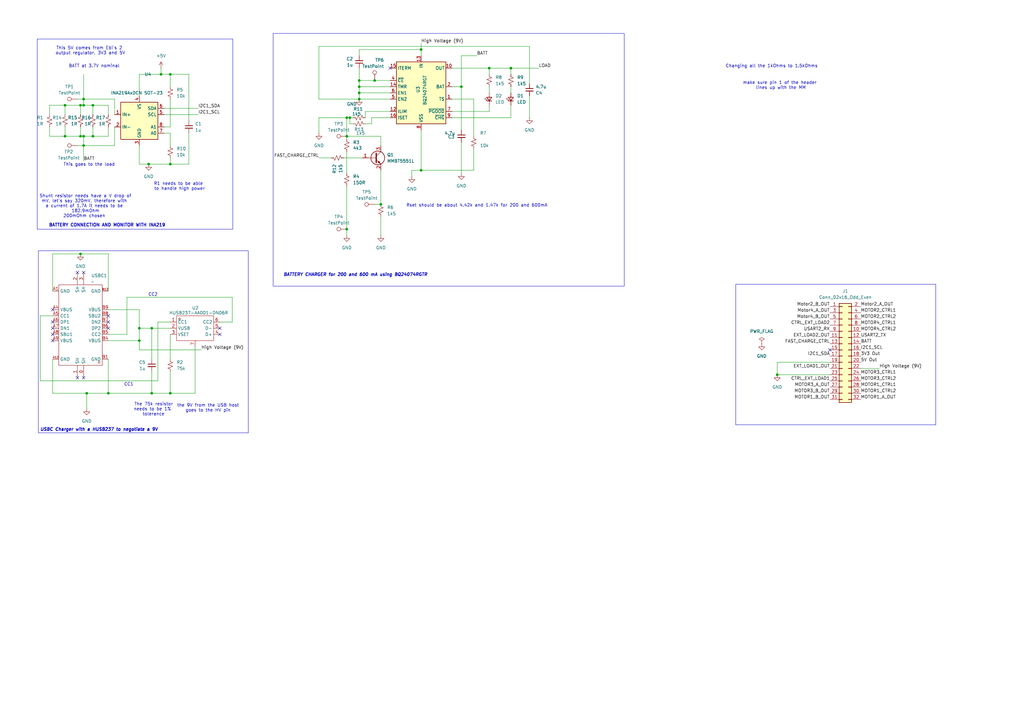
<source format=kicad_sch>
(kicad_sch (version 20250114) (generator "eeschema") (generator_version "9.0")
  (paper "A3")
  (title_block (title "Power Board for MM") (date "2025-03-21") (rev "v0") (comment 1 "SMTJOS022") (comment 2 "BHYEBR002"))
  (lib_symbols
    (symbol "Battery_Management:BQ24074RGT"
      (property "Reference" "U" (at -8.89 13.97 0))
      (property "Value" "BQ24074RGT" (at 16.51 13.97 0))
      (symbol "BQ24074RGT_0_1"
        (rectangle (start -10.16 12.7) (end 10.16 -12.7) (stroke (width 0.254)) (fill (type background)))
      )
      (symbol "BQ24074RGT_1_1"
        (pin input line (at -12.7 10.16 0) (length 2.54) (name "ITERM") (number "15"))
        (pin input line (at -12.7 5.08 0) (length 2.54) (name "~{CE}") (number "4"))
        (pin input line (at -12.7 2.54 0) (length 2.54) (name "TMR") (number "14"))
        (pin input line (at -12.7 0 0) (length 2.54) (name "EN1") (number "6"))
        (pin input line (at -12.7 -2.54 0) (length 2.54) (name "EN2") (number "5"))
        (pin passive line (at -12.7 -7.62 0) (length 2.54) (name "ILIM") (number "12"))
        (pin passive line (at -12.7 -10.16 0) (length 2.54) (name "ISET") (number "16"))
        (pin power_in line (at 0 15.24 270) (length 2.54) (name "IN") (number "13"))
        (pin passive line (at 0 -15.24 90) (length 2.54) (hide yes) (name "VSS") (number "17"))
        (pin power_in line (at 0 -15.24 90) (length 2.54) (name "VSS") (number "8"))
        (pin power_out line (at 12.7 10.16 180) (length 2.54) (name "OUT") (number "10"))
        (pin passive line (at 12.7 10.16 180) (length 2.54) (hide yes) (name "OUT") (number "11"))
        (pin power_out line (at 12.7 2.54 180) (length 2.54) (name "BAT") (number "2"))
        (pin passive line (at 12.7 2.54 180) (length 2.54) (hide yes) (name "BAT") (number "3"))
        (pin passive line (at 12.7 -2.54 180) (length 2.54) (name "TS") (number "1"))
        (pin open_collector line (at 12.7 -7.62 180) (length 2.54) (name "~{PGOOD}") (number "7"))
        (pin open_collector line (at 12.7 -10.16 180) (length 2.54) (name "~{CHG}") (number "9"))
      )
    )
    (symbol "Connector:TestPoint" (pin_numbers (hide yes)) (pin_names (offset 0.762) (hide yes))
      (property "Reference" "TP" (at 0 6.858 0))
      (property "Value" "TestPoint" (at 0 5.08 0))
      (symbol "TestPoint_0_1"
        (circle (center 0 3.302) (radius 0.762))
      )
      (symbol "TestPoint_1_1"
        (pin passive line (at 0 0 90) (length 2.54) (name "1") (number "1"))
      )
    )
    (symbol "Connector_Generic:Conn_02x16_Odd_Even" (pin_names (offset 1.016) (hide yes))
      (property "Reference" "J" (at 1.27 20.32 0))
      (property "Value" "Conn_02x16_Odd_Even" (at 1.27 -22.86 0))
      (symbol "Conn_02x16_Odd_Even_1_1"
        (rectangle (start -1.27 19.05) (end 3.81 -21.59) (stroke (width 0.254)) (fill (type background)))
        (rectangle (start -1.27 17.907) (end 0 17.653) (stroke (width 0.1524)))
        (rectangle (start -1.27 15.367) (end 0 15.113) (stroke (width 0.1524)))
        (rectangle (start -1.27 12.827) (end 0 12.573) (stroke (width 0.1524)))
        (rectangle (start -1.27 10.287) (end 0 10.033) (stroke (width 0.1524)))
        (rectangle (start -1.27 7.747) (end 0 7.493) (stroke (width 0.1524)))
        (rectangle (start -1.27 5.207) (end 0 4.953) (stroke (width 0.1524)))
        (rectangle (start -1.27 2.667) (end 0 2.413) (stroke (width 0.1524)))
        (rectangle (start -1.27 0.127) (end 0 -0.127) (stroke (width 0.1524)))
        (rectangle (start -1.27 -2.413) (end 0 -2.667) (stroke (width 0.1524)))
        (rectangle (start -1.27 -4.953) (end 0 -5.207) (stroke (width 0.1524)))
        (rectangle (start -1.27 -7.493) (end 0 -7.747) (stroke (width 0.1524)))
        (rectangle (start -1.27 -10.033) (end 0 -10.287) (stroke (width 0.1524)))
        (rectangle (start -1.27 -12.573) (end 0 -12.827) (stroke (width 0.1524)))
        (rectangle (start -1.27 -15.113) (end 0 -15.367) (stroke (width 0.1524)))
        (rectangle (start -1.27 -17.653) (end 0 -17.907) (stroke (width 0.1524)))
        (rectangle (start -1.27 -20.193) (end 0 -20.447) (stroke (width 0.1524)))
        (rectangle (start 3.81 17.907) (end 2.54 17.653) (stroke (width 0.1524)))
        (rectangle (start 3.81 15.367) (end 2.54 15.113) (stroke (width 0.1524)))
        (rectangle (start 3.81 12.827) (end 2.54 12.573) (stroke (width 0.1524)))
        (rectangle (start 3.81 10.287) (end 2.54 10.033) (stroke (width 0.1524)))
        (rectangle (start 3.81 7.747) (end 2.54 7.493) (stroke (width 0.1524)))
        (rectangle (start 3.81 5.207) (end 2.54 4.953) (stroke (width 0.1524)))
        (rectangle (start 3.81 2.667) (end 2.54 2.413) (stroke (width 0.1524)))
        (rectangle (start 3.81 0.127) (end 2.54 -0.127) (stroke (width 0.1524)))
        (rectangle (start 3.81 -2.413) (end 2.54 -2.667) (stroke (width 0.1524)))
        (rectangle (start 3.81 -4.953) (end 2.54 -5.207) (stroke (width 0.1524)))
        (rectangle (start 3.81 -7.493) (end 2.54 -7.747) (stroke (width 0.1524)))
        (rectangle (start 3.81 -10.033) (end 2.54 -10.287) (stroke (width 0.1524)))
        (rectangle (start 3.81 -12.573) (end 2.54 -12.827) (stroke (width 0.1524)))
        (rectangle (start 3.81 -15.113) (end 2.54 -15.367) (stroke (width 0.1524)))
        (rectangle (start 3.81 -17.653) (end 2.54 -17.907) (stroke (width 0.1524)))
        (rectangle (start 3.81 -20.193) (end 2.54 -20.447) (stroke (width 0.1524)))
        (pin passive line (at -5.08 17.78 0) (length 3.81) (name "Pin_1") (number "1"))
        (pin passive line (at -5.08 15.24 0) (length 3.81) (name "Pin_3") (number "3"))
        (pin passive line (at -5.08 12.7 0) (length 3.81) (name "Pin_5") (number "5"))
        (pin passive line (at -5.08 10.16 0) (length 3.81) (name "Pin_7") (number "7"))
        (pin passive line (at -5.08 7.62 0) (length 3.81) (name "Pin_9") (number "9"))
        (pin passive line (at -5.08 5.08 0) (length 3.81) (name "Pin_11") (number "11"))
        (pin passive line (at -5.08 2.54 0) (length 3.81) (name "Pin_13") (number "13"))
        (pin passive line (at -5.08 0 0) (length 3.81) (name "Pin_15") (number "15"))
        (pin passive line (at -5.08 -2.54 0) (length 3.81) (name "Pin_17") (number "17"))
        (pin passive line (at -5.08 -5.08 0) (length 3.81) (name "Pin_19") (number "19"))
        (pin passive line (at -5.08 -7.62 0) (length 3.81) (name "Pin_21") (number "21"))
        (pin passive line (at -5.08 -10.16 0) (length 3.81) (name "Pin_23") (number "23"))
        (pin passive line (at -5.08 -12.7 0) (length 3.81) (name "Pin_25") (number "25"))
        (pin passive line (at -5.08 -15.24 0) (length 3.81) (name "Pin_27") (number "27"))
        (pin passive line (at -5.08 -17.78 0) (length 3.81) (name "Pin_29") (number "29"))
        (pin passive line (at -5.08 -20.32 0) (length 3.81) (name "Pin_31") (number "31"))
        (pin passive line (at 7.62 17.78 180) (length 3.81) (name "Pin_2") (number "2"))
        (pin passive line (at 7.62 15.24 180) (length 3.81) (name "Pin_4") (number "4"))
        (pin passive line (at 7.62 12.7 180) (length 3.81) (name "Pin_6") (number "6"))
        (pin passive line (at 7.62 10.16 180) (length 3.81) (name "Pin_8") (number "8"))
        (pin passive line (at 7.62 7.62 180) (length 3.81) (name "Pin_10") (number "10"))
        (pin passive line (at 7.62 5.08 180) (length 3.81) (name "Pin_12") (number "12"))
        (pin passive line (at 7.62 2.54 180) (length 3.81) (name "Pin_14") (number "14"))
        (pin passive line (at 7.62 0 180) (length 3.81) (name "Pin_16") (number "16"))
        (pin passive line (at 7.62 -2.54 180) (length 3.81) (name "Pin_18") (number "18"))
        (pin passive line (at 7.62 -5.08 180) (length 3.81) (name "Pin_20") (number "20"))
        (pin passive line (at 7.62 -7.62 180) (length 3.81) (name "Pin_22") (number "22"))
        (pin passive line (at 7.62 -10.16 180) (length 3.81) (name "Pin_24") (number "24"))
        (pin passive line (at 7.62 -12.7 180) (length 3.81) (name "Pin_26") (number "26"))
        (pin passive line (at 7.62 -15.24 180) (length 3.81) (name "Pin_28") (number "28"))
        (pin passive line (at 7.62 -17.78 180) (length 3.81) (name "Pin_30") (number "30"))
        (pin passive line (at 7.62 -20.32 180) (length 3.81) (name "Pin_32") (number "32"))
      )
    )
    (symbol "Device:C_Small" (pin_numbers (hide yes)) (pin_names (offset 0.254) (hide yes))
      (property "Reference" "C" (at 0.254 1.778 0))
      (property "Value" "C_Small" (at 0.254 -2.032 0))
      (symbol "C_Small_0_1"
        (polyline (pts (xy -1.524 0.508) (xy 1.524 0.508)) (stroke (width 0.3048)))
        (polyline (pts (xy -1.524 -0.508) (xy 1.524 -0.508)) (stroke (width 0.3302)))
      )
      (symbol "C_Small_1_1"
        (pin passive line (at 0 2.54 270) (length 2.032) (name "~") (number "1"))
        (pin passive line (at 0 -2.54 90) (length 2.032) (name "~") (number "2"))
      )
    )
    (symbol "Device:LED_Small" (pin_numbers (hide yes)) (pin_names (offset 0.254) (hide yes))
      (property "Reference" "D" (at -1.27 3.175 0))
      (property "Value" "LED_Small" (at -4.445 -2.54 0))
      (symbol "LED_Small_0_1"
        (polyline (pts (xy -0.762 -1.016) (xy -0.762 1.016)) (stroke (width 0.254)))
        (polyline (pts (xy 0 0.762) (xy -0.508 1.27) (xy -0.254 1.27) (xy -0.508 1.27) (xy -0.508 1.016)))
        (polyline (pts (xy 0.508 1.27) (xy 0 1.778) (xy 0.254 1.778) (xy 0 1.778) (xy 0 1.524)))
        (polyline (pts (xy 0.762 -1.016) (xy -0.762 0) (xy 0.762 1.016) (xy 0.762 -1.016)) (stroke (width 0.254)))
        (polyline (pts (xy 1.016 0) (xy -0.762 0)))
      )
      (symbol "LED_Small_1_1"
        (pin passive line (at -2.54 0 0) (length 1.778) (name "K") (number "1"))
        (pin passive line (at 2.54 0 180) (length 1.778) (name "A") (number "2"))
      )
    )
    (symbol "Device:R_Small_US" (pin_numbers (hide yes)) (pin_names (offset 0.254) (hide yes))
      (property "Reference" "R" (at 0.762 0.508 0))
      (property "Value" "R_Small_US" (at 0.762 -1.016 0))
      (symbol "R_Small_US_1_1"
        (polyline (pts (xy 0 1.524) (xy 1.016 1.143) (xy 0 0.762) (xy -1.016 0.381) (xy 0 0)))
        (polyline (pts (xy 0 0) (xy 1.016 -0.381) (xy 0 -0.762) (xy -1.016 -1.143) (xy 0 -1.524)))
        (pin passive line (at 0 2.54 270) (length 1.016) (name "~") (number "1"))
        (pin passive line (at 0 -2.54 90) (length 1.016) (name "~") (number "2"))
      )
    )
    (symbol "GND_1" (power) (pin_numbers (hide yes)) (pin_names (offset 0) (hide yes))
      (property "Value" "GND" (at 0 -3.81 0))
      (symbol "GND_1_0_1"
        (polyline (pts (xy 0 0) (xy 0 -1.27) (xy 1.27 -1.27) (xy 0 -2.54) (xy -1.27 -1.27) (xy 0 -1.27)))
      )
      (symbol "GND_1_1_1"
        (pin power_in line (at 0 0 270) (length 0) (name "~") (number "1"))
      )
    )
    (symbol "GND_2" (power) (pin_numbers (hide yes)) (pin_names (offset 0) (hide yes))
      (property "Value" "GND" (at 0 -3.81 0))
      (symbol "GND_2_0_1"
        (polyline (pts (xy 0 0) (xy 0 -1.27) (xy 1.27 -1.27) (xy 0 -2.54) (xy -1.27 -1.27) (xy 0 -1.27)))
      )
      (symbol "GND_2_1_1"
        (pin power_in line (at 0 0 270) (length 0) (name "~") (number "1"))
      )
    )
    (symbol "GND_3" (power) (pin_numbers (hide yes)) (pin_names (offset 0) (hide yes))
      (property "Value" "GND" (at 0 -3.81 0))
      (symbol "GND_3_0_1"
        (polyline (pts (xy 0 0) (xy 0 -1.27) (xy 1.27 -1.27) (xy 0 -2.54) (xy -1.27 -1.27) (xy 0 -1.27)))
      )
      (symbol "GND_3_1_1"
        (pin power_in line (at 0 0 270) (length 0) (name "~") (number "1"))
      )
    )
    (symbol "GND_4" (power) (pin_numbers (hide yes)) (pin_names (offset 0) (hide yes))
      (property "Value" "GND" (at 0 -3.81 0))
      (symbol "GND_4_0_1"
        (polyline (pts (xy 0 0) (xy 0 -1.27) (xy 1.27 -1.27) (xy 0 -2.54) (xy -1.27 -1.27) (xy 0 -1.27)))
      )
      (symbol "GND_4_1_1"
        (pin power_in line (at 0 0 270) (length 0) (name "~") (number "1"))
      )
    )
    (symbol "GND_5" (power) (pin_numbers (hide yes)) (pin_names (offset 0) (hide yes))
      (property "Value" "GND" (at 0 -3.81 0))
      (symbol "GND_5_0_1"
        (polyline (pts (xy 0 0) (xy 0 -1.27) (xy 1.27 -1.27) (xy 0 -2.54) (xy -1.27 -1.27) (xy 0 -1.27)))
      )
      (symbol "GND_5_1_1"
        (pin power_in line (at 0 0 270) (length 0) (name "~") (number "1"))
      )
    )
    (symbol "Sensor_Energy:INA219AxDCN"
      (property "Reference" "U" (at -6.35 8.89 0))
      (property "Value" "INA219AxDCN" (at 6.35 8.89 0))
      (symbol "INA219AxDCN_0_1"
        (rectangle (start -7.62 7.62) (end 7.62 -7.62) (stroke (width 0.254)) (fill (type background)))
      )
      (symbol "INA219AxDCN_1_1"
        (pin input line (at -10.16 2.54 0) (length 2.54) (name "IN+") (number "1"))
        (pin input line (at -10.16 -2.54 0) (length 2.54) (name "IN-") (number "2"))
        (pin power_in line (at 0 10.16 270) (length 2.54) (name "VS") (number "4"))
        (pin power_in line (at 0 -10.16 90) (length 2.54) (name "GND") (number "3"))
        (pin bidirectional line (at 10.16 5.08 180) (length 2.54) (name "SDA") (number "6"))
        (pin input line (at 10.16 2.54 180) (length 2.54) (name "SCL") (number "5"))
        (pin input line (at 10.16 -2.54 180) (length 2.54) (name "A1") (number "8"))
        (pin input line (at 10.16 -5.08 180) (length 2.54) (name "A0") (number "7"))
      )
    )
    (symbol "TYPE-C-31-M-12 Schematic:TYPE-C-31-M-12"
      (property "Reference" "USBC" (at 0 0 0))
      (symbol "TYPE-C-31-M-12_1_0"
        (rectangle (start -8.89 -16.51) (end 8.89 16.51))
        (circle (center -7.62 15.24) (radius 0.381))
        (pin unspecified line (at -11.43 13.97 0) (length 2.54) (name "GND") (number "B1"))
        (pin unspecified line (at -11.43 6.35 0) (length 2.54) (name "VBUS") (number "B4"))
        (pin unspecified line (at -11.43 3.81 0) (length 2.54) (name "CC2") (number "B5"))
        (pin unspecified line (at -11.43 1.27 0) (length 2.54) (name "DP2") (number "B6"))
        (pin unspecified line (at -11.43 -1.27 0) (length 2.54) (name "DN2") (number "B7"))
        (pin unspecified line (at -11.43 -3.81 0) (length 2.54) (name "SBU2") (number "B8"))
        (pin unspecified line (at -11.43 -6.35 0) (length 2.54) (name "VBUS") (number "B9"))
        (pin unspecified line (at -11.43 -13.97 0) (length 2.54) (name "GND") (number "B12"))
        (pin unspecified line (at -1.27 21.59 270) (length 5.08) (name "SH") (number "0"))
        (pin unspecified line (at -1.27 -21.59 90) (length 5.08) (name "SH") (number "3"))
        (pin unspecified line (at 1.27 21.59 270) (length 5.08) (name "SH") (number "1"))
        (pin unspecified line (at 1.27 -21.59 90) (length 5.08) (name "SH") (number "2"))
        (pin unspecified line (at 11.43 13.97 180) (length 2.54) (name "GND") (number "A12"))
        (pin unspecified line (at 11.43 6.35 180) (length 2.54) (name "VBUS") (number "A9"))
        (pin unspecified line (at 11.43 3.81 180) (length 2.54) (name "SBU1") (number "A8"))
        (pin unspecified line (at 11.43 1.27 180) (length 2.54) (name "DN1") (number "A7"))
        (pin unspecified line (at 11.43 -1.27 180) (length 2.54) (name "DP1") (number "A6"))
        (pin unspecified line (at 11.43 -3.81 180) (length 2.54) (name "CC1") (number "A5"))
        (pin unspecified line (at 11.43 -6.35 180) (length 2.54) (name "VBUS") (number "A4"))
        (pin unspecified line (at 11.43 -13.97 180) (length 2.54) (name "GND") (number "A1"))
      )
    )
    (symbol "Transistor_BJT:MMBT5551L" (pin_names (offset 0) (hide yes))
      (property "Reference" "Q" (at 5.08 1.905 0))
      (property "Value" "MMBT5551L" (at 5.08 0 0))
      (symbol "MMBT5551L_0_1"
        (polyline (pts (xy -2.54 0) (xy 0.635 0)))
        (polyline (pts (xy 0.635 1.905) (xy 0.635 -1.905)) (stroke (width 0.508)))
        (circle (center 1.27 0) (radius 2.8194) (stroke (width 0.254)))
      )
      (symbol "MMBT5551L_1_1"
        (polyline (pts (xy 0.635 0.635) (xy 2.54 2.54)))
        (polyline (pts (xy 0.635 -0.635) (xy 2.54 -2.54)))
        (polyline (pts (xy 1.27 -1.778) (xy 1.778 -1.27) (xy 2.286 -2.286) (xy 1.27 -1.778)) (fill (type outline)))
        (pin input line (at -5.08 0 0) (length 2.54) (name "B") (number "1"))
        (pin passive line (at 2.54 5.08 270) (length 2.54) (name "C") (number "3"))
        (pin passive line (at 2.54 -5.08 90) (length 2.54) (name "E") (number "2"))
      )
    )
    (symbol "penis-altium-import:root_0_HUSB237-AA001-DN06R_"
      (symbol "root_0_HUSB237-AA001-DN06R__1_0"
        (rectangle (start -7.62 5.08) (end 7.62 -5.08) (stroke (width 0) (color 160 0 0 1)))
        (circle (center -6.35 3.81) (radius 0.381) (stroke (width 0) (color 0 0 0 1)))
        (pin passive line (at -10.16 2.54 0) (length 2.54) (name "CC1") (number "1"))
        (pin passive line (at -10.16 0 0) (length 2.54) (name "VUSB") (number "2"))
        (pin passive line (at -10.16 -2.54 0) (length 2.54) (name "VSET") (number "3"))
        (pin passive line (at 0 -7.62 90) (length 2.54) (name "GND") (number "7"))
        (pin passive line (at 10.16 2.54 180) (length 2.54) (name "CC2") (number "6"))
        (pin passive line (at 10.16 0 180) (length 2.54) (name "D-") (number "5"))
        (pin passive line (at 10.16 -2.54 180) (length 2.54) (name "D+") (number "4"))
      )
    )
    (symbol "power:+5V" (power) (pin_numbers (hide yes)) (pin_names (offset 0) (hide yes))
      (property "Value" "+5V" (at 0 3.556 0))
      (symbol "+5V_0_1"
        (polyline (pts (xy -0.762 1.27) (xy 0 2.54)))
        (polyline (pts (xy 0 2.54) (xy 0.762 1.27)))
        (polyline (pts (xy 0 0) (xy 0 2.54)))
      )
      (symbol "+5V_1_1"
        (pin power_in line (at 0 0 90) (length 0) (name "~") (number "1"))
      )
    )
    (symbol "power:PWR_FLAG" (power) (pin_numbers (hide yes)) (pin_names (offset 0) (hide yes))
      (property "Value" "PWR_FLAG" (at 0 3.81 0))
      (symbol "PWR_FLAG_0_0"
        (pin power_out line (at 0 0 90) (length 0) (name "~") (number "1"))
      )
      (symbol "PWR_FLAG_0_1"
        (polyline (pts (xy 0 0) (xy 0 1.27) (xy -1.016 1.905) (xy 0 2.54) (xy 1.016 1.905) (xy 0 1.27)))
      )
    )
  )
  (rectangle (start 301.752 116.586) (end 383.794 174.244))
  (rectangle (start 15.24 16.002) (end 95.504 93.98))
  (rectangle (start 15.748 102.87) (end 101.854 177.546))
  (rectangle (start 112.014 13.716) (end 256.032 117.348))
  (rectangle (start 59.69 51.054) (end 59.69 51.054))
  (text "This goes to the load\n" (at 36.576 67.564 0) (effects (font (size 1.27 1.27))))
  (text "USBC Charger with a HUSB237 to negotiate a 9V\n" (at 40.64 176.276 0) (effects (font (size 1.27 1.27) (thickness 0.254) (bold yes) (italic yes))))
  (text "BATTERY CHARGER for 200 and 600 mA using BQ24074RGTR\n" (at 145.796 112.776 0) (effects (font (size 1.27 1.27) (thickness 0.254) (bold yes) (italic yes))))
  (text "R1 needs to be able \nto handle high power\n" (at 73.66 76.454 0) (effects (font (size 1.27 1.27))))
  (text "CC2" (at 62.738 120.904 0) (effects (font (size 1.27 1.27))))
  (text "the 9V from the USB host\ngoes to the HV pin\n" (at 85.344 167.386 0) (effects (font (size 1.27 1.27))))
  (text "Shunt resistor needs have a V drop of\nmV, let's say 320mV, therefore with \na current of 1.7A it needs to be \n182.9mOhm\n200mOhm chosen \n" (at 35.052 84.582 0) (effects (font (size 1.27 1.27))))
  (text "Rset should be about 4.42k and 1.47k for 200 and 600mA\n" (at 195.58 84.328 0) (effects (font (size 1.27 1.27))))
  (text "BATTERY CONNECTION AND MONITOR WITH INA219\n" (at 43.942 92.456 0) (effects (font (size 1.27 1.27) (thickness 0.254) (bold yes))))
  (text "This 5V comes from Ebi's 2 \noutput regulator, 3V3 and 5V\n" (at 37.084 20.828 0) (effects (font (size 1.27 1.27))))
  (text "make sure pin 1 of the header \nlines up with the MM\n" (at 320.294 35.052 0) (effects (font (size 1.27 1.27))))
  (text "The 75k resistor\nneeds to be 1% \ntolerance\n" (at 62.992 167.894 0) (effects (font (size 1.27 1.27))))
  (text "BATT at 3.7V nominal\n\n" (at 38.608 28.194 0) (effects (font (size 1.27 1.27))))
  (text "CC1" (at 52.832 157.734 0) (effects (font (size 1.27 1.27))))
  (text "Changing all the 1kOhms to 1.5kOhms" (at 316.484 27.178 0) (effects (font (size 1.27 1.27))))
  (junction (at 147.32 38.1))
  (junction (at 34.29 43.18))
  (junction (at 172.72 69.85))
  (junction (at 26.67 43.18))
  (junction (at 38.1 55.88))
  (junction (at 33.02 55.88))
  (junction (at 200.66 27.94))
  (junction (at 62.23 134.62))
  (junction (at 35.56 161.29))
  (junction (at 142.24 93.98))
  (junction (at 142.24 55.88))
  (junction (at 57.15 139.7))
  (junction (at 34.29 40.64))
  (junction (at 57.15 134.62))
  (junction (at 69.85 30.48))
  (junction (at 147.32 33.02))
  (junction (at 147.32 35.56))
  (junction (at 209.55 27.94))
  (junction (at 62.23 161.29))
  (junction (at 33.02 43.18))
  (junction (at 69.85 67.31))
  (junction (at 66.04 30.48))
  (junction (at 69.85 161.29))
  (junction (at 143.51 48.26))
  (junction (at 318.77 153.67))
  (junction (at 189.23 35.56))
  (junction (at 156.21 83.82))
  (junction (at 26.67 55.88))
  (junction (at 44.45 161.29))
  (junction (at 38.1 43.18))
  (junction (at 172.72 20.32))
  (junction (at 147.32 40.64))
  (junction (at 142.24 48.26))
  (junction (at 33.02 104.14))
  (junction (at 153.67 33.02))
  (junction (at 34.29 59.69))
  (junction (at 34.29 55.88))
  (junction (at 60.96 67.31))
  (no_connect (at 34.29 111.76))
  (no_connect (at 44.45 129.54))
  (no_connect (at 90.17 137.16))
  (no_connect (at 340.36 143.51))
  (no_connect (at 31.75 154.94))
  (no_connect (at 21.59 132.08))
  (no_connect (at 31.75 111.76))
  (no_connect (at 21.59 139.7))
  (no_connect (at 21.59 137.16))
  (no_connect (at 21.59 134.62))
  (no_connect (at 90.17 134.62))
  (no_connect (at 160.02 27.94))
  (no_connect (at 21.59 127))
  (no_connect (at 44.45 134.62))
  (no_connect (at 34.29 154.94))
  (no_connect (at 44.45 132.08))
  (wire (pts (xy 20.32 43.18) (xy 26.67 43.18)))
  (wire (pts (xy 209.55 35.56) (xy 209.55 38.1)))
  (wire (pts (xy 62.23 134.62) (xy 69.85 134.62)))
  (wire (pts (xy 38.1 43.18) (xy 38.1 46.99)))
  (wire (pts (xy 21.59 129.54) (xy 16.51 129.54)))
  (wire (pts (xy 67.31 54.61) (xy 69.85 54.61)))
  (wire (pts (xy 20.32 55.88) (xy 26.67 55.88)))
  (wire (pts (xy 69.85 67.31) (xy 77.47 67.31)))
  (wire (pts (xy 185.42 27.94) (xy 200.66 27.94)))
  (wire (pts (xy 200.66 27.94) (xy 200.66 30.48)))
  (wire (pts (xy 152.4 48.26) (xy 152.4 50.8)))
  (wire (pts (xy 46.99 40.64) (xy 46.99 46.99)))
  (wire (pts (xy 147.32 20.32) (xy 147.32 22.86)))
  (wire (pts (xy 34.29 59.69) (xy 46.99 59.69)))
  (wire (pts (xy 149.86 45.72) (xy 149.86 48.26)))
  (wire (pts (xy 57.15 127) (xy 44.45 127)))
  (wire (pts (xy 60.96 67.31) (xy 69.85 67.31)))
  (wire (pts (xy 144.78 48.26) (xy 143.51 48.26)))
  (wire (pts (xy 200.66 43.18) (xy 200.66 45.72)))
  (wire (pts (xy 44.45 139.7) (xy 57.15 139.7)))
  (wire (pts (xy 62.23 161.29) (xy 69.85 161.29)))
  (wire (pts (xy 57.15 127) (xy 57.15 134.62)))
  (wire (pts (xy 67.31 52.07) (xy 69.85 52.07)))
  (wire (pts (xy 147.32 35.56) (xy 160.02 35.56)))
  (wire (pts (xy 33.02 104.14) (xy 44.45 104.14)))
  (wire (pts (xy 160.02 33.02) (xy 153.67 33.02)))
  (wire (pts (xy 209.55 27.94) (xy 220.98 27.94)))
  (wire (pts (xy 64.77 132.08) (xy 69.85 132.08)))
  (wire (pts (xy 140.97 64.77) (xy 148.59 64.77)))
  (wire (pts (xy 57.15 134.62) (xy 57.15 139.7)))
  (wire (pts (xy 130.81 40.64) (xy 147.32 40.64)))
  (wire (pts (xy 142.24 93.98) (xy 142.24 96.52)))
  (wire (pts (xy 130.81 40.64) (xy 130.81 19.05)))
  (wire (pts (xy 80.01 161.29) (xy 80.01 142.24)))
  (wire (pts (xy 172.72 69.85) (xy 194.31 69.85)))
  (wire (pts (xy 26.67 52.07) (xy 26.67 55.88)))
  (wire (pts (xy 26.67 43.18) (xy 33.02 43.18)))
  (wire (pts (xy 16.51 129.54) (xy 16.51 156.21)))
  (wire (pts (xy 172.72 20.32) (xy 172.72 22.86)))
  (wire (pts (xy 143.51 50.8) (xy 144.78 50.8)))
  (wire (pts (xy 189.23 22.86) (xy 189.23 35.56)))
  (wire (pts (xy 34.29 55.88) (xy 34.29 59.69)))
  (wire (pts (xy 185.42 40.64) (xy 194.31 40.64)))
  (wire (pts (xy 38.1 55.88) (xy 44.45 55.88)))
  (wire (pts (xy 130.81 19.05) (xy 217.17 19.05)))
  (wire (pts (xy 95.25 121.92) (xy 95.25 132.08)))
  (wire (pts (xy 33.02 55.88) (xy 34.29 55.88)))
  (wire (pts (xy 34.29 40.64) (xy 46.99 40.64)))
  (wire (pts (xy 149.86 50.8) (xy 152.4 50.8)))
  (wire (pts (xy 66.04 30.48) (xy 69.85 30.48)))
  (wire (pts (xy 44.45 161.29) (xy 62.23 161.29)))
  (wire (pts (xy 21.59 161.29) (xy 35.56 161.29)))
  (wire (pts (xy 44.45 52.07) (xy 44.45 55.88)))
  (wire (pts (xy 217.17 19.05) (xy 217.17 34.29)))
  (wire (pts (xy 209.55 30.48) (xy 209.55 27.94)))
  (wire (pts (xy 67.31 46.99) (xy 81.28 46.99)))
  (wire (pts (xy 69.85 52.07) (xy 69.85 40.64)))
  (wire (pts (xy 153.67 83.82) (xy 156.21 83.82)))
  (wire (pts (xy 172.72 17.78) (xy 172.72 20.32)))
  (wire (pts (xy 160.02 48.26) (xy 152.4 48.26)))
  (wire (pts (xy 57.15 30.48) (xy 66.04 30.48)))
  (wire (pts (xy 69.85 64.77) (xy 69.85 67.31)))
  (wire (pts (xy 209.55 43.18) (xy 209.55 48.26)))
  (wire (pts (xy 69.85 54.61) (xy 69.85 59.69)))
  (wire (pts (xy 168.91 69.85) (xy 168.91 72.39)))
  (wire (pts (xy 21.59 147.32) (xy 21.59 161.29)))
  (wire (pts (xy 156.21 69.85) (xy 156.21 83.82)))
  (wire (pts (xy 31.75 40.64) (xy 34.29 40.64)))
  (wire (pts (xy 69.85 30.48) (xy 77.47 30.48)))
  (wire (pts (xy 185.42 35.56) (xy 189.23 35.56)))
  (wire (pts (xy 62.23 134.62) (xy 62.23 147.32)))
  (wire (pts (xy 33.02 43.18) (xy 33.02 46.99)))
  (wire (pts (xy 200.66 27.94) (xy 209.55 27.94)))
  (wire (pts (xy 360.68 151.13) (xy 353.06 151.13)))
  (wire (pts (xy 44.45 137.16) (xy 52.07 137.16)))
  (wire (pts (xy 34.29 30.48) (xy 34.29 40.64)))
  (wire (pts (xy 142.24 55.88) (xy 156.21 55.88)))
  (wire (pts (xy 77.47 54.61) (xy 77.47 67.31)))
  (wire (pts (xy 156.21 55.88) (xy 156.21 59.69)))
  (wire (pts (xy 172.72 53.34) (xy 172.72 69.85)))
  (wire (pts (xy 147.32 35.56) (xy 147.32 38.1)))
  (wire (pts (xy 147.32 38.1) (xy 160.02 38.1)))
  (wire (pts (xy 21.59 104.14) (xy 33.02 104.14)))
  (wire (pts (xy 62.23 152.4) (xy 62.23 161.29)))
  (wire (pts (xy 142.24 48.26) (xy 130.81 48.26)))
  (wire (pts (xy 66.04 30.48) (xy 66.04 27.94)))
  (wire (pts (xy 69.85 30.48) (xy 69.85 35.56)))
  (wire (pts (xy 33.02 52.07) (xy 33.02 55.88)))
  (wire (pts (xy 57.15 30.48) (xy 57.15 39.37)))
  (wire (pts (xy 147.32 33.02) (xy 147.32 35.56)))
  (wire (pts (xy 189.23 22.86) (xy 195.58 22.86)))
  (wire (pts (xy 172.72 69.85) (xy 168.91 69.85)))
  (wire (pts (xy 130.81 48.26) (xy 130.81 54.61)))
  (wire (pts (xy 156.21 88.9) (xy 156.21 96.52)))
  (wire (pts (xy 69.85 152.4) (xy 69.85 161.29)))
  (wire (pts (xy 69.85 137.16) (xy 69.85 147.32)))
  (wire (pts (xy 69.85 161.29) (xy 80.01 161.29)))
  (wire (pts (xy 57.15 67.31) (xy 60.96 67.31)))
  (wire (pts (xy 26.67 43.18) (xy 26.67 46.99)))
  (wire (pts (xy 67.31 44.45) (xy 81.28 44.45)))
  (wire (pts (xy 77.47 30.48) (xy 77.47 49.53)))
  (wire (pts (xy 200.66 35.56) (xy 200.66 38.1)))
  (wire (pts (xy 34.29 59.69) (xy 34.29 66.04)))
  (wire (pts (xy 142.24 48.26) (xy 142.24 55.88)))
  (wire (pts (xy 185.42 45.72) (xy 200.66 45.72)))
  (wire (pts (xy 189.23 35.56) (xy 189.23 53.34)))
  (wire (pts (xy 20.32 43.18) (xy 20.32 46.99)))
  (wire (pts (xy 57.15 139.7) (xy 57.15 143.51)))
  (wire (pts (xy 35.56 161.29) (xy 44.45 161.29)))
  (wire (pts (xy 142.24 55.88) (xy 142.24 57.15)))
  (wire (pts (xy 34.29 55.88) (xy 38.1 55.88)))
  (wire (pts (xy 52.07 137.16) (xy 52.07 121.92)))
  (wire (pts (xy 35.56 167.64) (xy 35.56 161.29)))
  (wire (pts (xy 95.25 132.08) (xy 90.17 132.08)))
  (wire (pts (xy 16.51 156.21) (xy 64.77 156.21)))
  (wire (pts (xy 44.45 43.18) (xy 44.45 46.99)))
  (wire (pts (xy 209.55 48.26) (xy 185.42 48.26)))
  (wire (pts (xy 142.24 76.2) (xy 142.24 93.98)))
  (wire (pts (xy 38.1 43.18) (xy 44.45 43.18)))
  (wire (pts (xy 143.51 48.26) (xy 142.24 48.26)))
  (wire (pts (xy 46.99 52.07) (xy 46.99 59.69)))
  (wire (pts (xy 57.15 59.69) (xy 57.15 67.31)))
  (wire (pts (xy 64.77 132.08) (xy 64.77 156.21)))
  (wire (pts (xy 194.31 40.64) (xy 194.31 55.88)))
  (wire (pts (xy 20.32 52.07) (xy 20.32 55.88)))
  (wire (pts (xy 31.75 59.69) (xy 34.29 59.69)))
  (wire (pts (xy 130.81 64.77) (xy 135.89 64.77)))
  (wire (pts (xy 38.1 52.07) (xy 38.1 55.88)))
  (wire (pts (xy 189.23 71.12) (xy 189.23 58.42)))
  (wire (pts (xy 52.07 121.92) (xy 95.25 121.92)))
  (wire (pts (xy 194.31 60.96) (xy 194.31 69.85)))
  (wire (pts (xy 143.51 48.26) (xy 143.51 50.8)))
  (wire (pts (xy 318.77 153.67) (xy 340.36 153.67)))
  (wire (pts (xy 318.77 153.67) (xy 318.77 148.59)))
  (wire (pts (xy 147.32 27.94) (xy 147.32 33.02)))
  (wire (pts (xy 147.32 38.1) (xy 147.32 40.64)))
  (wire (pts (xy 172.72 20.32) (xy 147.32 20.32)))
  (wire (pts (xy 57.15 143.51) (xy 82.55 143.51)))
  (wire (pts (xy 147.32 40.64) (xy 160.02 40.64)))
  (wire (pts (xy 34.29 40.64) (xy 34.29 43.18)))
  (wire (pts (xy 318.77 148.59) (xy 340.36 148.59)))
  (wire (pts (xy 26.67 55.88) (xy 33.02 55.88)))
  (wire (pts (xy 142.24 62.23) (xy 142.24 71.12)))
  (wire (pts (xy 44.45 104.14) (xy 44.45 119.38)))
  (wire (pts (xy 21.59 104.14) (xy 21.59 119.38)))
  (wire (pts (xy 34.29 43.18) (xy 38.1 43.18)))
  (wire (pts (xy 153.67 33.02) (xy 147.32 33.02)))
  (wire (pts (xy 57.15 134.62) (xy 62.23 134.62)))
  (wire (pts (xy 160.02 45.72) (xy 149.86 45.72)))
  (wire (pts (xy 44.45 147.32) (xy 44.45 161.29)))
  (wire (pts (xy 217.17 39.37) (xy 217.17 48.26)))
  (wire (pts (xy 33.02 43.18) (xy 34.29 43.18)))
  (label "High Voltage (9V)" (at 360.68 151.13 0))
  (label "Motor2_B_OUT" (at 340.36 125.73 180))
  (label "MOTOR1_B_OUT" (at 340.36 163.83 180))
  (label "MOTOR3_B_OUT" (at 340.36 161.29 180))
  (label "FAST_CHARGE_CTRL" (at 130.81 64.77 180))
  (label "CTRL_EXT_LOAD1" (at 340.36 156.21 180))
  (label "MOTOR2_CTRL1" (at 353.06 128.27 0))
  (label "CTRL_EXT_LOAD2" (at 340.36 133.35 180))
  (label "High Voltage (9V)" (at 172.72 17.78 0))
  (label "USART2_RX" (at 340.36 135.89 180))
  (label "5V Out" (at 353.06 148.59 0))
  (label "Motor2_A_OUT" (at 353.06 125.73 0))
  (label "BATT" (at 34.29 66.04 0))
  (label "MOTOR1_CTRL2" (at 353.06 161.29 0))
  (label "MOTOR2_CTRL2" (at 353.06 130.81 0))
  (label "I2C1_SCL" (at 81.28 46.99 0))
  (label "MOTOR4_CTRL2" (at 353.06 135.89 0))
  (label "BATT" (at 195.58 22.86 0))
  (label "I2C1_SDA" (at 81.28 44.45 0))
  (label "Motor4_B_OUT" (at 340.36 130.81 180))
  (label "MOTOR3_CTRL1" (at 353.06 153.67 0))
  (label "MOTOR1_A_OUT" (at 353.06 163.83 0))
  (label "FAST_CHARGE_CTRL" (at 340.36 140.97 180))
  (label "MOTOR1_CTRL1" (at 353.06 158.75 0))
  (label "MOTOR3_A_OUT" (at 340.36 158.75 180))
  (label "EXT_LOAD2_OUT" (at 340.36 138.43 180))
  (label "MOTOR3_CTRL2" (at 353.06 156.21 0))
  (label "Motor4_A_OUT" (at 340.36 128.27 180))
  (label "I2C1_SCL" (at 353.06 143.51 0))
  (label "EXT_LOAD1_OUT" (at 340.36 151.13 180))
  (label "LOAD" (at 220.98 27.94 0))
  (label "High Voltage (9V)" (at 82.55 143.51 0))
  (label "MOTOR4_CTRL1" (at 353.06 133.35 0))
  (label "I2C1_SDA" (at 340.36 146.05 180))
  (label "3V3 Out" (at 353.06 146.05 0))
  (label "USART2_TX" (at 353.06 138.43 0))
  (label "BATT" (at 353.06 140.97 0))
  (symbol (lib_id "Device:R_Small_US") (at 194.31 58.42 0) (unit 1)
    (property "Reference" "R7" (at 196.85 54.6099 0) (effects (justify left)))
    (property "Value" "10k" (at 196.85 59.6899 0) (effects (justify left)))
    (property "Footprint" "Resistor_SMD:R_0201_0603Metric_Pad0.64x0.40mm_HandSolder" (effects (hide yes)))
    (property "Description" "Resistor, small US symbol" (effects (hide yes)))
  )
  (symbol (lib_id "Device:R_Small_US") (at 156.21 86.36 0) (unit 1)
    (property "Reference" "R6" (at 158.75 85.0899 0) (effects (justify left)))
    (property "Value" "1k5" (at 158.75 87.6299 0) (effects (justify left)))
    (property "Footprint" "Resistor_SMD:R_0201_0603Metric_Pad0.64x0.40mm_HandSolder" (effects (hide yes)))
    (property "Description" "Resistor, small US symbol" (effects (hide yes)))
  )
  (symbol (lib_name "GND_4") (lib_id "power:GND") (at 142.24 96.52 0) (unit 1)
    (property "Reference" "#PWR08" (effects (hide yes)))
    (property "Value" "GND" (at 142.24 101.6 0))
    (property "Description" "Power symbol creates a global label with name \"GND\" , ground" (effects (hide yes)))
  )
  (symbol (lib_name "GND_5") (lib_id "power:GND") (at 312.42 140.97 0) (unit 1)
    (property "Reference" "#PWR014" (effects (hide yes)))
    (property "Value" "GND" (at 312.42 146.05 0))
    (property "Description" "Power symbol creates a global label with name \"GND\" , ground" (effects (hide yes)))
  )
  (symbol (lib_id "Device:R_Small_US") (at 138.43 64.77 90) (mirror x) (unit 1)
    (property "Reference" "R12" (at 137.1599 67.31 0) (effects (justify left)))
    (property "Value" "1k5" (at 139.6999 67.31 0) (effects (justify left)))
    (property "Footprint" "Resistor_SMD:R_0201_0603Metric_Pad0.64x0.40mm_HandSolder" (effects (hide yes)))
    (property "Description" "Resistor, small US symbol" (effects (hide yes)))
  )
  (symbol (lib_id "TYPE-C-31-M-12 Schematic:TYPE-C-31-M-12") (at 33.02 133.35 180) (unit 1)
    (property "Reference" "USBC1" (at 37.4081 113.03 0) (effects (justify right)))
    (property "Value" "~" (at 37.4081 115.57 0) (effects (justify right)))
    (property "Footprint" "Connector_USB:USB_C_Receptacle_HRO_TYPE-C-31-M-12" (effects (hide yes)))
    (property "Datasheet" "https://atta.szlcsc.com/upload/public/pdf/source/20220525/466408E853115E789EDB0DDC29077C05.pdf" (effects (hide yes)))
    (property "Description" "Connector Type:Type-C Standard:- Gender:Female Mounting Style:- Number of Contacts:16P Number of Ports:1 Current Rating - Power (Max):5A Operating Temperature Range:- Operating Temperature Range:-" (effects (hide yes)))
    (property "Manufacturer Part" "TYPE-C-31-M-12" (effects (hide yes)))
    (property "Manufacturer" "韩国韩荣" (effects (hide yes)))
    (property "Supplier Part" "C165948" (effects (hide yes)))
    (property "Supplier" "LCSC" (effects (hide yes)))
    (property "LCSC Part Name" "Type-C 母" (effects (hide yes)))
  )
  (symbol (lib_id "Connector:TestPoint") (at 142.24 93.98 90) (unit 1)
    (property "Reference" "TP4" (at 138.938 88.9 90))
    (property "Value" "TestPoint" (at 138.938 91.44 90))
    (property "Footprint" "TestPoint:TestPoint_Pad_D3.0mm" (effects (hide yes)))
    (property "Description" "test point" (effects (hide yes)))
  )
  (symbol (lib_id "Device:R_Small_US") (at 69.85 62.23 0) (unit 1)
    (property "Reference" "R10" (at 72.39 60.9599 0) (effects (justify left)))
    (property "Value" "10k" (at 72.39 63.4999 0) (effects (justify left)))
    (property "Footprint" "Resistor_SMD:R_0201_0603Metric_Pad0.64x0.40mm_HandSolder" (effects (hide yes)))
    (property "Description" "Resistor, small US symbol" (effects (hide yes)))
  )
  (symbol (lib_id "Device:R_Small_US") (at 20.32 49.53 0) (mirror y) (unit 1)
    (property "Reference" "R1" (at 17.78 48.2599 0) (effects (justify left)))
    (property "Value" "1R" (at 17.78 50.7999 0) (effects (justify left)))
    (property "Footprint" "Resistor_SMD:R_0805_2012Metric_Pad1.20x1.40mm_HandSolder" (effects (hide yes)))
    (property "Description" "Resistor, small US symbol" (effects (hide yes)))
  )
  (symbol (lib_id "Connector:TestPoint") (at 31.75 40.64 90) (unit 1)
    (property "Reference" "TP1" (at 28.448 35.56 90))
    (property "Value" "TestPoint" (at 28.448 38.1 90))
    (property "Footprint" "TestPoint:TestPoint_Pad_D3.0mm" (effects (hide yes)))
    (property "Description" "test point" (effects (hide yes)))
  )
  (symbol (lib_id "Sensor_Energy:INA219AxDCN") (at 57.15 49.53 0) (unit 1)
    (property "Reference" "U4" (at 59.2933 30.48 0) (effects (justify left)))
    (property "Value" "INA219AxDCN SOT-23" (at 45.466 38.1 0) (effects (justify left)))
    (property "Footprint" "Package_TO_SOT_SMD:SOT-23-8" (effects (hide yes)))
    (property "Datasheet" "http://www.ti.com/lit/ds/symlink/ina219.pdf" (effects (hide yes)))
    (property "Description" "Zero-Drift, Bidirectional Current/Power Monitor (0-26V) With I2C Interface, SOT-23-8" (effects (hide yes)))
  )
  (symbol (lib_id "Device:R_Small_US") (at 44.45 49.53 0) (mirror y) (unit 1)
    (property "Reference" "R17" (at 43.18 48.26 0) (effects (justify left)))
    (property "Value" "1R" (at 43.18 50.8 0) (effects (justify left)))
    (property "Footprint" "Resistor_SMD:R_0805_2012Metric_Pad1.20x1.40mm_HandSolder" (effects (hide yes)))
    (property "Description" "Resistor, small US symbol" (effects (hide yes)))
  )
  (symbol (lib_name "GND_4") (lib_id "power:GND") (at 217.17 48.26 0) (unit 1)
    (property "Reference" "#PWR012" (effects (hide yes)))
    (property "Value" "GND" (at 217.17 53.34 0))
    (property "Description" "Power symbol creates a global label with name \"GND\" , ground" (effects (hide yes)))
  )
  (symbol (lib_id "Device:LED_Small") (at 200.66 40.64 90) (unit 1)
    (property "Reference" "D2" (at 203.2 39.3064 90) (effects (justify right)))
    (property "Value" "LED" (at 203.2 41.8464 90) (effects (justify right)))
    (property "Footprint" "LED_SMD:LED_0201_0603Metric_Pad0.64x0.40mm_HandSolder" (effects (hide yes)))
    (property "Description" "Light emitting diode, small symbol" (effects (hide yes)))
    (property "Sim.Pin" "1=K 2=A" (effects (hide yes)))
  )
  (symbol (lib_name "GND_2") (lib_id "power:GND") (at 33.02 104.14 0) (unit 1)
    (property "Reference" "#PWR07" (effects (hide yes)))
    (property "Value" "GND" (at 33.02 109.22 0))
    (property "Description" "Power symbol creates a global label with name \"GND\" , ground" (effects (hide yes)))
  )
  (symbol (lib_name "GND_4") (lib_id "power:GND") (at 156.21 96.52 0) (unit 1)
    (property "Reference" "#PWR09" (effects (hide yes)))
    (property "Value" "GND" (at 156.21 101.6 0))
    (property "Description" "Power symbol creates a global label with name \"GND\" , ground" (effects (hide yes)))
  )
  (symbol (lib_name "GND_4") (lib_id "power:GND") (at 147.32 40.64 0) (unit 1)
    (property "Reference" "#PWR010" (effects (hide yes)))
    (property "Value" "GND" (at 144.272 42.672 0))
    (property "Description" "Power symbol creates a global label with name \"GND\" , ground" (effects (hide yes)))
  )
  (symbol (lib_id "Device:R_Small_US") (at 142.24 73.66 0) (unit 1)
    (property "Reference" "R4" (at 144.78 72.3899 0) (effects (justify left)))
    (property "Value" "150R" (at 144.78 74.9299 0) (effects (justify left)))
    (property "Footprint" "Resistor_SMD:R_0805_2012Metric_Pad1.20x1.40mm_HandSolder" (effects (hide yes)))
    (property "Description" "Resistor, small US symbol" (effects (hide yes)))
  )
  (symbol (lib_id "Device:C_Small") (at 77.47 52.07 0) (unit 1)
    (property "Reference" "C1" (at 80.01 50.8062 0) (effects (justify left)))
    (property "Value" "1u" (at 80.01 53.3462 0) (effects (justify left)))
    (property "Footprint" "Capacitor_SMD:C_0201_0603Metric_Pad0.64x0.40mm_HandSolder" (effects (hide yes)))
    (property "Description" "Unpolarized capacitor, small symbol" (effects (hide yes)))
  )
  (symbol (lib_name "GND_2") (lib_id "power:GND") (at 35.56 167.64 0) (unit 1)
    (property "Reference" "#PWR04" (effects (hide yes)))
    (property "Value" "GND" (at 35.56 172.72 0))
    (property "Description" "Power symbol creates a global label with name \"GND\" , ground" (effects (hide yes)))
  )
  (symbol (lib_id "Transistor_BJT:MMBT5551L") (at 153.67 64.77 0) (unit 1)
    (property "Reference" "Q1" (at 158.75 63.4999 0) (effects (justify left)))
    (property "Value" "MMBT5551L" (at 158.75 66.0399 0) (effects (justify left)))
    (property "Footprint" "Package_TO_SOT_SMD:SOT-23" (effects (hide yes)))
    (property "Datasheet" "www.onsemi.com/pub/Collateral/MMBT5550LT1-D.PDF" (effects (hide yes)))
    (property "Description" "0.6A Ic, 160V Vce, NPN Transistor, SOT-23" (effects (hide yes)))
  )
  (symbol (lib_id "penis-altium-import:root_0_HUSB237-AA001-DN06R_") (at 80.01 134.62 0) (unit 1)
    (property "Reference" "U2" (at 78.74 127 0) (effects (justify left bottom)))
    (property "Value" "HUSB237-AA001-DN06R" (at 69.342 129.032 0) (effects (justify left bottom)))
    (property "Footprint" "Package_DFN_QFN:DFN-6-1EP_2x2mm_P0.65mm_EP1.01x1.7mm" (effects (hide yes)))
    (property "Datasheet" "kicad-embed://HUSB237.pdf" (effects (hide yes)))
    (property "SYMBOL" "HUSB237-AA001-DN06R" (effects (hide yes)))
    (property "DEVICE" "HUSB237-AA001-DN06R" (effects (hide yes)))
    (property "LCSC PART NAME" "HUSB237-AA001-DN06R" (effects (hide yes)))
    (property "SUPPLIER PART" "C22373734" (effects (hide yes)))
    (property "MANUFACTURER" "Hynetek(慧能泰)" (effects (hide yes)))
    (property "MANUFACTURER PART" "HUSB237-AA001-DN06R" (effects (hide yes)))
    (property "SUPPLIER FOOTPRINT" "DFN-6L-EP(2x2)" (effects (hide yes)))
    (property "JLCPCB PART CLASS" "Extended Part" (effects (hide yes)))
    (property "DATASHEET" "https://atta.szlcsc.com/upload/public/pdf/source/20240703/2FA95B5910131204ADEAE742C0EE084D.pdf" (effects (hide yes)))
    (property "SUPPLIER" "LCSC" (effects (hide yes)))
    (property "ADD INTO BOM" "yes" (effects (hide yes)))
    (property "CONVERT TO PCB" "yes" (effects (hide yes)))
  )
  (symbol (lib_name "GND_1") (lib_id "power:GND") (at 168.91 72.39 0) (unit 1)
    (property "Reference" "#PWR03" (effects (hide yes)))
    (property "Value" "GND" (at 168.91 77.47 0))
    (property "Description" "Power symbol creates a global label with name \"GND\" , ground" (effects (hide yes)))
  )
  (symbol (lib_id "Device:C_Small") (at 147.32 25.4 0) (mirror x) (unit 1)
    (property "Reference" "C2" (at 144.78 24.1235 0) (effects (justify right)))
    (property "Value" "1u" (at 144.78 26.6635 0) (effects (justify right)))
    (property "Footprint" "Capacitor_SMD:C_0201_0603Metric_Pad0.64x0.40mm_HandSolder" (effects (hide yes)))
    (property "Description" "Unpolarized capacitor, small symbol" (effects (hide yes)))
  )
  (symbol (lib_id "power:+5V") (at 66.04 27.94 0) (unit 1)
    (property "Reference" "#PWR05" (effects (hide yes)))
    (property "Value" "+5V" (at 66.04 22.86 0))
    (property "Description" "Power symbol creates a global label with name \"+5V\"" (effects (hide yes)))
  )
  (symbol (lib_id "power:PWR_FLAG") (at 312.42 140.97 0) (unit 1)
    (property "Reference" "#FLG01" (effects (hide yes)))
    (property "Value" "PWR_FLAG" (at 312.42 135.89 0))
    (property "Description" "Special symbol for telling ERC where power comes from" (effects (hide yes)))
  )
  (symbol (lib_id "Connector:TestPoint") (at 153.67 33.02 0) (mirror y) (unit 1)
    (property "Reference" "TP6" (at 157.48 24.638 0) (effects (justify left)))
    (property "Value" "TestPoint" (at 157.48 27.178 0) (effects (justify left)))
    (property "Footprint" "TestPoint:TestPoint_Pad_D3.0mm" (effects (hide yes)))
    (property "Description" "test point" (effects (hide yes)))
  )
  (symbol (lib_id "Connector:TestPoint") (at 153.67 83.82 90) (unit 1)
    (property "Reference" "TP5" (at 150.368 78.74 90))
    (property "Value" "TestPoint" (at 150.368 81.28 90))
    (property "Footprint" "TestPoint:TestPoint_Pad_D3.0mm" (effects (hide yes)))
    (property "Description" "test point" (effects (hide yes)))
  )
  (symbol (lib_id "Device:R_Small_US") (at 142.24 59.69 0) (unit 1)
    (property "Reference" "R3" (at 144.78 58.4199 0) (effects (justify left)))
    (property "Value" "4k3" (at 144.78 60.706 0) (effects (justify left)))
    (property "Footprint" "Resistor_SMD:R_0201_0603Metric_Pad0.64x0.40mm_HandSolder" (effects (hide yes)))
    (property "Description" "Resistor, small US symbol" (effects (hide yes)))
  )
  (symbol (lib_id "Device:C_Small") (at 189.23 55.88 0) (unit 1)
    (property "Reference" "C3" (at 186.436 56.134 0) (effects (justify right)))
    (property "Value" "4.7u" (at 186.69 54.6165 0) (effects (justify right)))
    (property "Footprint" "Capacitor_SMD:C_0201_0603Metric_Pad0.64x0.40mm_HandSolder" (effects (hide yes)))
    (property "Description" "Unpolarized capacitor, small symbol" (effects (hide yes)))
  )
  (symbol (lib_id "Device:R_Small_US") (at 69.85 38.1 0) (unit 1)
    (property "Reference" "R5" (at 72.39 36.8299 0) (effects (justify left)))
    (property "Value" "10k" (at 72.39 39.3699 0) (effects (justify left)))
    (property "Footprint" "Resistor_SMD:R_0201_0603Metric_Pad0.64x0.40mm_HandSolder" (effects (hide yes)))
    (property "Description" "Resistor, small US symbol" (effects (hide yes)))
  )
  (symbol (lib_id "Connector_Generic:Conn_02x16_Odd_Even") (at 345.44 143.51 0) (unit 1)
    (property "Reference" "J1" (at 346.71 119.38 0))
    (property "Value" "Conn_02x16_Odd_Even" (at 346.71 121.92 0))
    (property "Footprint" "Connector_PinHeader_2.54mm:PinHeader_2x16_P2.54mm_Vertical" (effects (hide yes)))
  )
  (symbol (lib_id "Device:C_Small") (at 217.17 36.83 0) (mirror y) (unit 1)
    (property "Reference" "C4" (at 219.71 38.1065 0) (effects (justify right)))
    (property "Value" "4.7u" (at 219.71 35.5665 0) (effects (justify right)))
    (property "Footprint" "Capacitor_SMD:C_0201_0603Metric_Pad0.64x0.40mm_HandSolder" (effects (hide yes)))
    (property "Description" "Unpolarized capacitor, small symbol" (effects (hide yes)))
  )
  (symbol (lib_id "Device:C_Small") (at 62.23 149.86 0) (mirror y) (unit 1)
    (property "Reference" "C5" (at 59.69 148.5962 0) (effects (justify left)))
    (property "Value" "1u" (at 59.69 151.1362 0) (effects (justify left)))
    (property "Footprint" "Capacitor_SMD:C_0201_0603Metric_Pad0.64x0.40mm_HandSolder" (effects (hide yes)))
    (property "Description" "Unpolarized capacitor, small symbol" (effects (hide yes)))
  )
  (symbol (lib_id "Connector:TestPoint") (at 31.75 59.69 90) (unit 1)
    (property "Reference" "TP2" (at 28.194 62.23 90))
    (property "Value" "TestPoint" (at 28.194 64.77 90))
    (property "Footprint" "TestPoint:TestPoint_Pad_D3.0mm" (effects (hide yes)))
    (property "Description" "test point" (effects (hide yes)))
  )
  (symbol (lib_id "Device:R_Small_US") (at 209.55 33.02 0) (unit 1)
    (property "Reference" "R9" (at 212.09 31.7499 0) (effects (justify left)))
    (property "Value" "1k5" (at 212.09 34.2899 0) (effects (justify left)))
    (property "Footprint" "Resistor_SMD:R_0201_0603Metric_Pad0.64x0.40mm_HandSolder" (effects (hide yes)))
    (property "Description" "Resistor, small US symbol" (effects (hide yes)))
  )
  (symbol (lib_id "Device:R_Small_US") (at 147.32 50.8 90) (mirror x) (unit 1)
    (property "Reference" "R13" (at 145.288 53.086 90) (effects (justify right)))
    (property "Value" "1k5" (at 146.05 54.61 90) (effects (justify right)))
    (property "Footprint" "Resistor_SMD:R_0201_0603Metric_Pad0.64x0.40mm_HandSolder" (effects (hide yes)))
    (property "Description" "Resistor, small US symbol" (effects (hide yes)))
  )
  (symbol (lib_id "Device:LED_Small") (at 209.55 40.64 90) (unit 1)
    (property "Reference" "D1" (at 212.09 39.3064 90) (effects (justify right)))
    (property "Value" "LED" (at 212.09 41.8464 90) (effects (justify right)))
    (property "Footprint" "LED_SMD:LED_0201_0603Metric_Pad0.64x0.40mm_HandSolder" (effects (hide yes)))
    (property "Description" "Light emitting diode, small symbol" (effects (hide yes)))
    (property "Sim.Pin" "1=K 2=A" (effects (hide yes)))
  )
  (symbol (lib_name "GND_4") (lib_id "power:GND") (at 189.23 71.12 0) (unit 1)
    (property "Reference" "#PWR011" (effects (hide yes)))
    (property "Value" "GND" (at 189.23 76.2 0))
    (property "Description" "Power symbol creates a global label with name \"GND\" , ground" (effects (hide yes)))
  )
  (symbol (lib_name "GND_5") (lib_id "power:GND") (at 318.77 153.67 0) (unit 1)
    (property "Reference" "#PWR015" (effects (hide yes)))
    (property "Value" "GND" (at 318.77 158.75 0))
    (property "Description" "Power symbol creates a global label with name \"GND\" , ground" (effects (hide yes)))
  )
  (symbol (lib_name "GND_3") (lib_id "power:GND") (at 60.96 67.31 0) (unit 1)
    (property "Reference" "#PWR06" (effects (hide yes)))
    (property "Value" "GND" (at 60.96 72.39 0))
    (property "Description" "Power symbol creates a global label with name \"GND\" , ground" (effects (hide yes)))
  )
  (symbol (lib_id "Device:R_Small_US") (at 26.67 49.53 0) (mirror y) (unit 1)
    (property "Reference" "R14" (at 25.4 48.26 0) (effects (justify left)))
    (property "Value" "1R" (at 25.4 50.8 0) (effects (justify left)))
    (property "Footprint" "Resistor_SMD:R_0805_2012Metric_Pad1.20x1.40mm_HandSolder" (effects (hide yes)))
    (property "Description" "Resistor, small US symbol" (effects (hide yes)))
  )
  (symbol (lib_id "Device:R_Small_US") (at 69.85 149.86 0) (unit 1)
    (property "Reference" "R2" (at 72.39 148.5899 0) (effects (justify left)))
    (property "Value" "75k" (at 72.39 151.1299 0) (effects (justify left)))
    (property "Footprint" "Resistor_SMD:R_0201_0603Metric_Pad0.64x0.40mm_HandSolder" (effects (hide yes)))
    (property "Description" "Resistor, small US symbol" (effects (hide yes)))
  )
  (symbol (lib_id "Device:R_Small_US") (at 147.32 48.26 90) (mirror x) (unit 1)
    (property "Reference" "R11" (at 148.844 44.704 90) (effects (justify left)))
    (property "Value" "1k5" (at 148.082 46.736 90) (effects (justify left)))
    (property "Footprint" "Resistor_SMD:R_0201_0603Metric_Pad0.64x0.40mm_HandSolder" (effects (hide yes)))
    (property "Description" "Resistor, small US symbol" (effects (hide yes)))
  )
  (symbol (lib_id "Device:R_Small_US") (at 38.1 49.53 0) (mirror y) (unit 1)
    (property "Reference" "R16" (at 37.338 48.26 0) (effects (justify left)))
    (property "Value" "1R" (at 37.338 50.8 0) (effects (justify left)))
    (property "Footprint" "Resistor_SMD:R_0805_2012Metric_Pad1.20x1.40mm_HandSolder" (effects (hide yes)))
    (property "Description" "Resistor, small US symbol" (effects (hide yes)))
  )
  (symbol (lib_name "GND_4") (lib_id "power:GND") (at 130.81 54.61 0) (unit 1)
    (property "Reference" "#PWR013" (effects (hide yes)))
    (property "Value" "GND" (at 130.81 59.69 0))
    (property "Description" "Power symbol creates a global label with name \"GND\" , ground" (effects (hide yes)))
  )
  (symbol (lib_id "Connector:TestPoint") (at 142.24 55.88 90) (unit 1)
    (property "Reference" "TP3" (at 138.938 50.8 90))
    (property "Value" "TestPoint" (at 138.938 53.34 90))
    (property "Footprint" "TestPoint:TestPoint_Pad_D3.0mm" (effects (hide yes)))
    (property "Description" "test point" (effects (hide yes)))
  )
  (symbol (lib_id "Device:R_Small_US") (at 200.66 33.02 0) (unit 1)
    (property "Reference" "R8" (at 203.2 31.7499 0) (effects (justify left)))
    (property "Value" "1k5" (at 203.2 34.2899 0) (effects (justify left)))
    (property "Footprint" "Resistor_SMD:R_0201_0603Metric_Pad0.64x0.40mm_HandSolder" (effects (hide yes)))
    (property "Description" "Resistor, small US symbol" (effects (hide yes)))
  )
  (symbol (lib_id "Device:R_Small_US") (at 33.02 49.53 0) (mirror y) (unit 1)
    (property "Reference" "R15" (at 31.75 48.26 0) (effects (justify left)))
    (property "Value" "1R" (at 31.75 50.8 0) (effects (justify left)))
    (property "Footprint" "Resistor_SMD:R_0805_2012Metric_Pad1.20x1.40mm_HandSolder" (effects (hide yes)))
    (property "Description" "Resistor, small US symbol" (effects (hide yes)))
  )
  (symbol (lib_id "Battery_Management:BQ24074RGT") (at 172.72 38.1 0) (unit 1)
    (property "Reference" "U3" (at 171.45 38.1 90) (effects (justify left)))
    (property "Value" "BQ24074RGT" (at 174.244 43.18 90) (effects (justify left)))
    (property "Footprint" "Package_DFN_QFN:VQFN-16-1EP_3x3mm_P0.5mm_EP1.6x1.6mm" (effects (hide yes)))
    (property "Datasheet" "http://www.ti.com/lit/ds/symlink/bq24074.pdf" (effects (hide yes)))
    (property "Description" "USB-Friendly Li-Ion Battery Charger and Power-Path Management, VQFN-16" (effects (hide yes)))
  )
)
</source>
